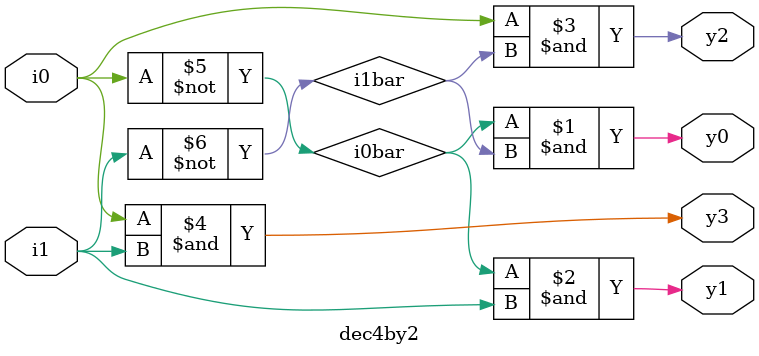
<source format=v>
module dec4by2(
input i0,i1,
output y0,y1,y2,y3);
not(i0bar,i0);
not(i1bar,i1);

and(y0,i0bar,i1bar);
and(y1,i0bar,i1);
and(y2,i0,i1bar);
and(y3,i0,i1);

endmodule
</source>
